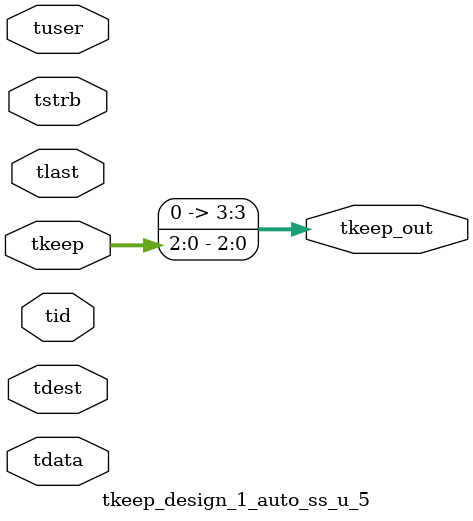
<source format=v>


`timescale 1ps/1ps

module tkeep_design_1_auto_ss_u_5 #
(
parameter C_S_AXIS_TDATA_WIDTH = 32,
parameter C_S_AXIS_TUSER_WIDTH = 0,
parameter C_S_AXIS_TID_WIDTH   = 0,
parameter C_S_AXIS_TDEST_WIDTH = 0,
parameter C_M_AXIS_TDATA_WIDTH = 32
)
(
input  [(C_S_AXIS_TDATA_WIDTH == 0 ? 1 : C_S_AXIS_TDATA_WIDTH)-1:0     ] tdata,
input  [(C_S_AXIS_TUSER_WIDTH == 0 ? 1 : C_S_AXIS_TUSER_WIDTH)-1:0     ] tuser,
input  [(C_S_AXIS_TID_WIDTH   == 0 ? 1 : C_S_AXIS_TID_WIDTH)-1:0       ] tid,
input  [(C_S_AXIS_TDEST_WIDTH == 0 ? 1 : C_S_AXIS_TDEST_WIDTH)-1:0     ] tdest,
input  [(C_S_AXIS_TDATA_WIDTH/8)-1:0 ] tkeep,
input  [(C_S_AXIS_TDATA_WIDTH/8)-1:0 ] tstrb,
input                                                                    tlast,
output [(C_M_AXIS_TDATA_WIDTH/8)-1:0 ] tkeep_out
);

assign tkeep_out = {tkeep[2:0]};

endmodule


</source>
